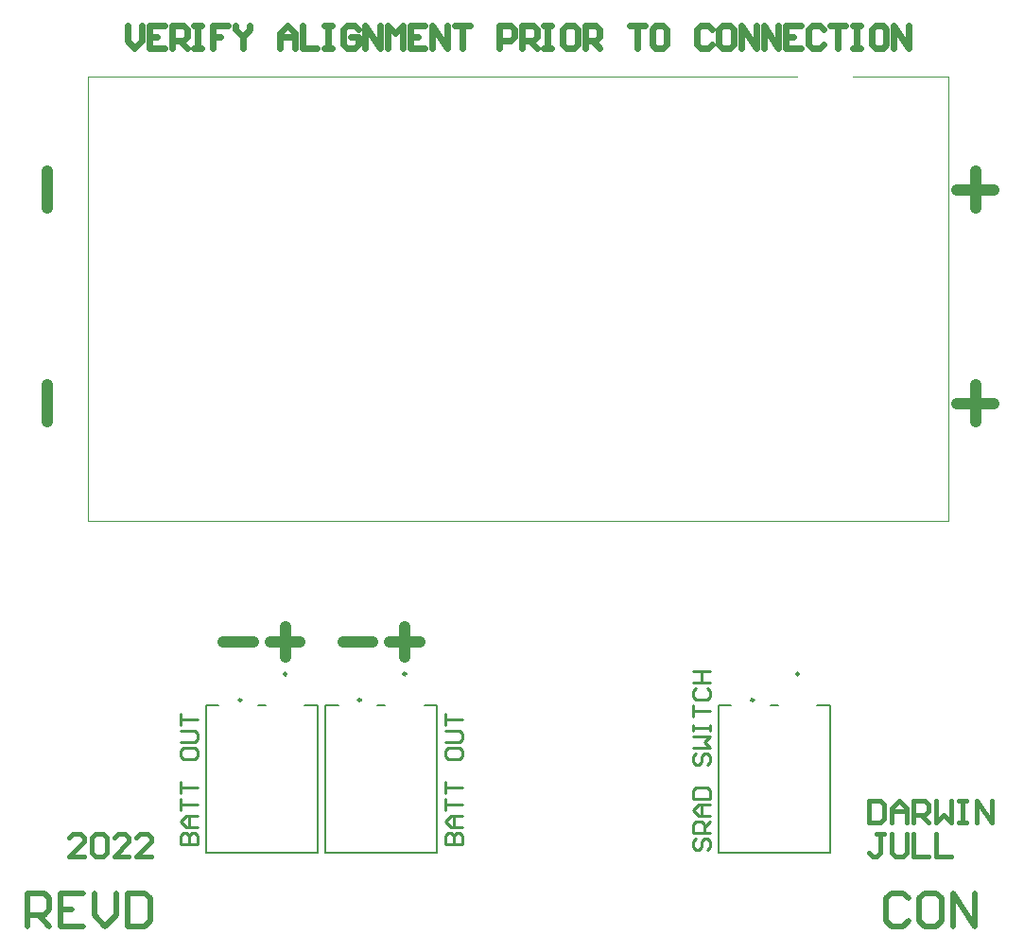
<source format=gbr>
%TF.GenerationSoftware,Altium Limited,Altium Designer,22.11.1 (43)*%
G04 Layer_Color=65535*
%FSLAX45Y45*%
%MOMM*%
%TF.SameCoordinates,CC3570FD-A2D7-4FBA-AFAC-830B96578B4B*%
%TF.FilePolarity,Positive*%
%TF.FileFunction,Legend,Top*%
%TF.Part,Single*%
G01*
G75*
%TA.AperFunction,NonConductor*%
%ADD14C,0.25400*%
%ADD24C,0.25000*%
%ADD25C,0.20000*%
%ADD26C,0.10000*%
%ADD27C,1.00000*%
%ADD28C,0.60000*%
%ADD29C,0.40000*%
%ADD30C,0.50800*%
D14*
X1773824Y1115989D02*
X1926175D01*
Y1192164D01*
X1900783Y1217556D01*
X1875392D01*
X1850000Y1192164D01*
Y1115989D01*
Y1192164D01*
X1824608Y1217556D01*
X1799216D01*
X1773824Y1192164D01*
Y1115989D01*
X1926175Y1268339D02*
X1824608D01*
X1773824Y1319123D01*
X1824608Y1369907D01*
X1926175D01*
X1850000D01*
Y1268339D01*
X1773824Y1420690D02*
Y1522257D01*
Y1471474D01*
X1926175D01*
X1773824Y1573041D02*
Y1674608D01*
Y1623824D01*
X1926175D01*
X1773824Y1953918D02*
Y1903134D01*
X1799216Y1877742D01*
X1900783D01*
X1926175Y1903134D01*
Y1953918D01*
X1900783Y1979309D01*
X1799216D01*
X1773824Y1953918D01*
Y2030093D02*
X1900783D01*
X1926175Y2055485D01*
Y2106268D01*
X1900783Y2131660D01*
X1773824D01*
Y2182444D02*
Y2284011D01*
Y2233227D01*
X1926175D01*
X4143824Y1115989D02*
X4296175D01*
Y1192164D01*
X4270783Y1217556D01*
X4245392D01*
X4220000Y1192164D01*
Y1115989D01*
Y1192164D01*
X4194608Y1217556D01*
X4169216D01*
X4143824Y1192164D01*
Y1115989D01*
X4296175Y1268339D02*
X4194608D01*
X4143824Y1319123D01*
X4194608Y1369907D01*
X4296175D01*
X4220000D01*
Y1268339D01*
X4143824Y1420690D02*
Y1522257D01*
Y1471474D01*
X4296175D01*
X4143824Y1573041D02*
Y1674608D01*
Y1623824D01*
X4296175D01*
X4143824Y1953918D02*
Y1903134D01*
X4169216Y1877742D01*
X4270783D01*
X4296175Y1903134D01*
Y1953918D01*
X4270783Y1979309D01*
X4169216D01*
X4143824Y1953918D01*
Y2030093D02*
X4270783D01*
X4296175Y2055485D01*
Y2106268D01*
X4270783Y2131660D01*
X4143824D01*
Y2182444D02*
Y2284011D01*
Y2233227D01*
X4296175D01*
X6389216Y1171726D02*
X6363824Y1146334D01*
Y1095551D01*
X6389216Y1070159D01*
X6414608D01*
X6440000Y1095551D01*
Y1146334D01*
X6465392Y1171726D01*
X6490783D01*
X6516175Y1146334D01*
Y1095551D01*
X6490783Y1070159D01*
X6516175Y1222509D02*
X6363824D01*
Y1298685D01*
X6389216Y1324077D01*
X6440000D01*
X6465392Y1298685D01*
Y1222509D01*
Y1273293D02*
X6516175Y1324077D01*
Y1374860D02*
X6414608D01*
X6363824Y1425644D01*
X6414608Y1476427D01*
X6516175D01*
X6440000D01*
Y1374860D01*
X6363824Y1527211D02*
X6516175D01*
Y1603386D01*
X6490783Y1628778D01*
X6389216D01*
X6363824Y1603386D01*
Y1527211D01*
X6389216Y1933479D02*
X6363824Y1908088D01*
Y1857304D01*
X6389216Y1831912D01*
X6414608D01*
X6440000Y1857304D01*
Y1908088D01*
X6465392Y1933479D01*
X6490783D01*
X6516175Y1908088D01*
Y1857304D01*
X6490783Y1831912D01*
X6363824Y1984263D02*
X6516175D01*
X6465392Y2035046D01*
X6516175Y2085830D01*
X6363824D01*
Y2136614D02*
Y2187397D01*
Y2162006D01*
X6516175D01*
Y2136614D01*
Y2187397D01*
X6363824Y2263573D02*
Y2365140D01*
Y2314356D01*
X6516175D01*
X6389216Y2517491D02*
X6363824Y2492099D01*
Y2441315D01*
X6389216Y2415923D01*
X6490783D01*
X6516175Y2441315D01*
Y2492099D01*
X6490783Y2517491D01*
X6363824Y2568274D02*
X6516175D01*
X6440000D01*
Y2669841D01*
X6363824D01*
X6516175D01*
D24*
X7311000Y2642500D02*
G03*
X7311000Y2642500I-12500J0D01*
G01*
X6906000Y2410000D02*
G03*
X6906000Y2410000I-12500J0D01*
G01*
X3792500Y2642500D02*
G03*
X3792500Y2642500I-12500J0D01*
G01*
X3387500Y2410000D02*
G03*
X3387500Y2410000I-12500J0D01*
G01*
X2722500Y2642500D02*
G03*
X2722500Y2642500I-12500J0D01*
G01*
X2317500Y2410000D02*
G03*
X2317500Y2410000I-12500J0D01*
G01*
D25*
X6589500Y1041000D02*
Y2359000D01*
Y1041000D02*
X7587500D01*
Y2359000D01*
X7473500D02*
X7587500D01*
X7053500D02*
X7123500D01*
X6589500D02*
X6703500D01*
X3071000Y1041000D02*
Y2359000D01*
Y1041000D02*
X4069000D01*
Y2359000D01*
X3955000D02*
X4069000D01*
X3535000D02*
X3605000D01*
X3071000D02*
X3185000D01*
X2001000Y1041000D02*
Y2359000D01*
Y1041000D02*
X2999000D01*
Y2359000D01*
X2885000D02*
X2999000D01*
X2465000D02*
X2535000D01*
X2001000D02*
X2115000D01*
D26*
X941250Y7989000D02*
X7294250D01*
X941250Y4011000D02*
Y7989000D01*
Y4011000D02*
X8647250D01*
Y7989000D01*
X8644250D02*
X8647250D01*
X7794250D02*
X8644250D01*
D27*
X8723387Y5066000D02*
X9056613D01*
X8890000Y5232613D02*
Y4899387D01*
X3226710Y2930000D02*
X3493290D01*
X2156710D02*
X2423290D01*
X2576710D02*
X2843290D01*
X2710000Y3063290D02*
Y2796710D01*
X3646710Y2930000D02*
X3913290D01*
X3780000Y3063290D02*
Y2796710D01*
X578500Y6812387D02*
Y7145613D01*
X578500Y5232613D02*
Y4899387D01*
X8723387Y6979000D02*
X9056613D01*
X8890000Y7145613D02*
Y6812387D01*
D28*
X1295360Y8449935D02*
Y8316645D01*
X1362005Y8250000D01*
X1428650Y8316645D01*
Y8449935D01*
X1628586D02*
X1495295D01*
Y8250000D01*
X1628586D01*
X1495295Y8349968D02*
X1561940D01*
X1695231Y8250000D02*
Y8449935D01*
X1795199D01*
X1828521Y8416613D01*
Y8349968D01*
X1795199Y8316645D01*
X1695231D01*
X1761876D02*
X1828521Y8250000D01*
X1895167Y8449935D02*
X1961812D01*
X1928489D01*
Y8250000D01*
X1895167D01*
X1961812D01*
X2195070Y8449935D02*
X2061779D01*
Y8349968D01*
X2128424D01*
X2061779D01*
Y8250000D01*
X2261715Y8449935D02*
Y8416613D01*
X2328360Y8349968D01*
X2395005Y8416613D01*
Y8449935D01*
X2328360Y8349968D02*
Y8250000D01*
X2661586D02*
Y8383290D01*
X2728231Y8449935D01*
X2794877Y8383290D01*
Y8250000D01*
Y8349968D01*
X2661586D01*
X2861522Y8449935D02*
Y8250000D01*
X2994812D01*
X3061457Y8449935D02*
X3128102D01*
X3094780D01*
Y8250000D01*
X3061457D01*
X3128102D01*
X3361361Y8416613D02*
X3328038Y8449935D01*
X3261393D01*
X3228070Y8416613D01*
Y8283322D01*
X3261393Y8250000D01*
X3328038D01*
X3361361Y8283322D01*
Y8349968D01*
X3294715D01*
X3428006Y8250000D02*
Y8449935D01*
X3561296Y8250000D01*
Y8449935D01*
X3627941Y8250000D02*
Y8449935D01*
X3694586Y8383290D01*
X3761232Y8449935D01*
Y8250000D01*
X3961167Y8449935D02*
X3827877D01*
Y8250000D01*
X3961167D01*
X3827877Y8349968D02*
X3894522D01*
X4027813Y8250000D02*
Y8449935D01*
X4161103Y8250000D01*
Y8449935D01*
X4227748D02*
X4361039D01*
X4294393D01*
Y8250000D01*
X4627619D02*
Y8449935D01*
X4727587D01*
X4760910Y8416613D01*
Y8349968D01*
X4727587Y8316645D01*
X4627619D01*
X4827555Y8250000D02*
Y8449935D01*
X4927523D01*
X4960845Y8416613D01*
Y8349968D01*
X4927523Y8316645D01*
X4827555D01*
X4894200D02*
X4960845Y8250000D01*
X5027491Y8449935D02*
X5094136D01*
X5060813D01*
Y8250000D01*
X5027491D01*
X5094136D01*
X5294071Y8449935D02*
X5227426D01*
X5194103Y8416613D01*
Y8283322D01*
X5227426Y8250000D01*
X5294071D01*
X5327394Y8283322D01*
Y8416613D01*
X5294071Y8449935D01*
X5394039Y8250000D02*
Y8449935D01*
X5494007D01*
X5527329Y8416613D01*
Y8349968D01*
X5494007Y8316645D01*
X5394039D01*
X5460684D02*
X5527329Y8250000D01*
X5793910Y8449935D02*
X5927200D01*
X5860555D01*
Y8250000D01*
X6093814Y8449935D02*
X6027168D01*
X5993846Y8416613D01*
Y8283322D01*
X6027168Y8250000D01*
X6093814D01*
X6127136Y8283322D01*
Y8416613D01*
X6093814Y8449935D01*
X6527007Y8416613D02*
X6493685Y8449935D01*
X6427039D01*
X6393717Y8416613D01*
Y8283322D01*
X6427039Y8250000D01*
X6493685D01*
X6527007Y8283322D01*
X6693620Y8449935D02*
X6626975D01*
X6593653Y8416613D01*
Y8283322D01*
X6626975Y8250000D01*
X6693620D01*
X6726943Y8283322D01*
Y8416613D01*
X6693620Y8449935D01*
X6793588Y8250000D02*
Y8449935D01*
X6926878Y8250000D01*
Y8449935D01*
X6993524Y8250000D02*
Y8449935D01*
X7126814Y8250000D01*
Y8449935D01*
X7326750D02*
X7193459D01*
Y8250000D01*
X7326750D01*
X7193459Y8349968D02*
X7260104D01*
X7526685Y8416613D02*
X7493363Y8449935D01*
X7426717D01*
X7393395Y8416613D01*
Y8283322D01*
X7426717Y8250000D01*
X7493363D01*
X7526685Y8283322D01*
X7593331Y8449935D02*
X7726621D01*
X7659976D01*
Y8250000D01*
X7793266Y8449935D02*
X7859911D01*
X7826589D01*
Y8250000D01*
X7793266D01*
X7859911D01*
X8059847Y8449935D02*
X7993201D01*
X7959879Y8416613D01*
Y8283322D01*
X7993201Y8250000D01*
X8059847D01*
X8093169Y8283322D01*
Y8416613D01*
X8059847Y8449935D01*
X8159815Y8250000D02*
Y8449935D01*
X8293105Y8250000D01*
Y8449935D01*
D29*
X8071790Y1209936D02*
X8005145D01*
X8038468D01*
Y1043323D01*
X8005145Y1010000D01*
X7971823D01*
X7938500Y1043323D01*
X8138436Y1209936D02*
Y1043323D01*
X8171758Y1010000D01*
X8238403D01*
X8271726Y1043323D01*
Y1209936D01*
X8338371D02*
Y1010000D01*
X8471661D01*
X8538307Y1209936D02*
Y1010000D01*
X8671597D01*
X7938500Y1509936D02*
Y1310000D01*
X8038468D01*
X8071790Y1343322D01*
Y1476613D01*
X8038468Y1509936D01*
X7938500D01*
X8138436Y1310000D02*
Y1443290D01*
X8205081Y1509936D01*
X8271726Y1443290D01*
Y1310000D01*
Y1409968D01*
X8138436D01*
X8338371Y1310000D02*
Y1509936D01*
X8438339D01*
X8471661Y1476613D01*
Y1409968D01*
X8438339Y1376645D01*
X8338371D01*
X8405016D02*
X8471661Y1310000D01*
X8538307Y1509936D02*
Y1310000D01*
X8604952Y1376645D01*
X8671597Y1310000D01*
Y1509936D01*
X8738242D02*
X8804887D01*
X8771565D01*
Y1310000D01*
X8738242D01*
X8804887D01*
X8904855D02*
Y1509936D01*
X9038145Y1310000D01*
Y1509936D01*
X910193Y1010000D02*
X776903D01*
X910193Y1143290D01*
Y1176613D01*
X876871Y1209936D01*
X810225D01*
X776903Y1176613D01*
X976839D02*
X1010161Y1209936D01*
X1076806D01*
X1110129Y1176613D01*
Y1043323D01*
X1076806Y1010000D01*
X1010161D01*
X976839Y1043323D01*
Y1176613D01*
X1310064Y1010000D02*
X1176774D01*
X1310064Y1143290D01*
Y1176613D01*
X1276742Y1209936D01*
X1210097D01*
X1176774Y1176613D01*
X1510000Y1010000D02*
X1376710D01*
X1510000Y1143290D01*
Y1176613D01*
X1476678Y1209936D01*
X1410032D01*
X1376710Y1176613D01*
D30*
X8289235Y630719D02*
X8239251Y680703D01*
X8139284D01*
X8089300Y630719D01*
Y430784D01*
X8139284Y380800D01*
X8239251D01*
X8289235Y430784D01*
X8539154Y680703D02*
X8439187D01*
X8389203Y630719D01*
Y430784D01*
X8439187Y380800D01*
X8539154D01*
X8589138Y430784D01*
Y630719D01*
X8539154Y680703D01*
X8689106Y380800D02*
Y680703D01*
X8889041Y380800D01*
Y680703D01*
X399556Y380800D02*
Y680703D01*
X549507D01*
X599491Y630719D01*
Y530752D01*
X549507Y480768D01*
X399556D01*
X499524D02*
X599491Y380800D01*
X899394Y680703D02*
X699459D01*
Y380800D01*
X899394D01*
X699459Y530752D02*
X799426D01*
X999362Y680703D02*
Y480768D01*
X1099329Y380800D01*
X1199297Y480768D01*
Y680703D01*
X1299265D02*
Y380800D01*
X1449216D01*
X1499200Y430784D01*
Y630719D01*
X1449216Y680703D01*
X1299265D01*
%TF.MD5,6ae0fc40c0e2d4975d713619ed10ff71*%
M02*

</source>
